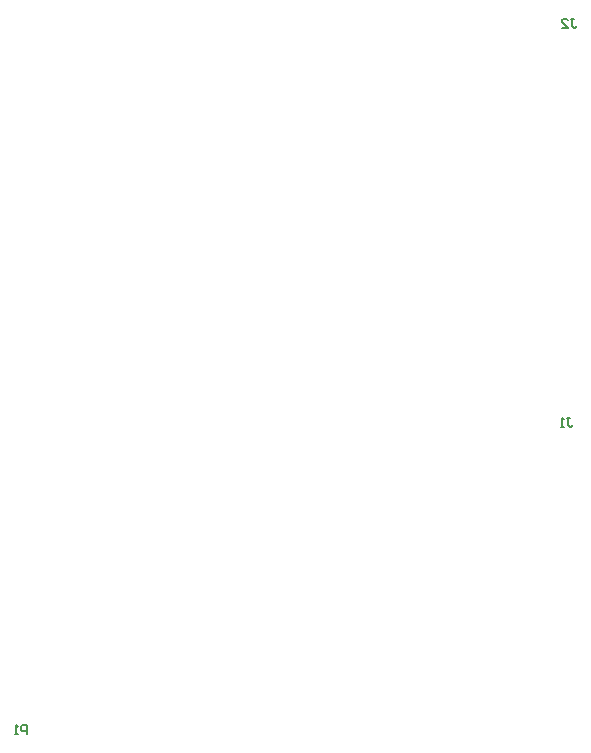
<source format=gbo>
G04 Layer_Color=32896*
%FSLAX44Y44*%
%MOMM*%
G71*
G01*
G75*
%ADD31C,0.1270*%
D31*
X255000Y130000D02*
Y137618D01*
X251191D01*
X249922Y136348D01*
Y133809D01*
X251191Y132539D01*
X255000D01*
X247383Y130000D02*
X244843D01*
X246113D01*
Y137618D01*
X247383Y136348D01*
X712172Y397918D02*
X714711D01*
X713441D01*
Y391570D01*
X714711Y390300D01*
X715980D01*
X717250Y391570D01*
X709632Y390300D02*
X707093D01*
X708363D01*
Y397918D01*
X709632Y396648D01*
X715422Y735867D02*
X717961D01*
X716691D01*
Y729520D01*
X717961Y728250D01*
X719230D01*
X720500Y729520D01*
X707804Y728250D02*
X712883D01*
X707804Y733328D01*
Y734598D01*
X709074Y735867D01*
X711613D01*
X712883Y734598D01*
M02*

</source>
